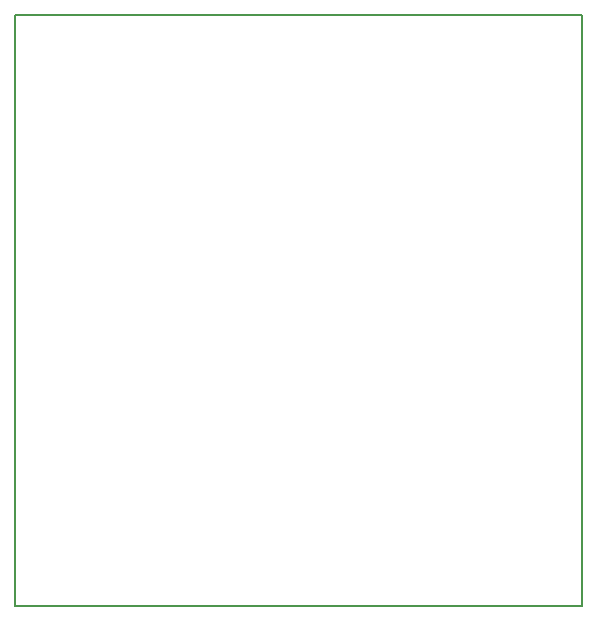
<source format=gko>
%FSLAX25Y25*%
%MOIN*%
G70*
G01*
G75*
G04 Layer_Color=16711935*
%ADD10R,0.05118X0.03937*%
%ADD11R,0.04724X0.05512*%
%ADD12R,0.04724X0.05512*%
%ADD13R,0.02362X0.06102*%
%ADD14O,0.02362X0.06102*%
%ADD15R,0.03937X0.05118*%
%ADD16R,0.04724X0.05118*%
%ADD17R,0.00984X0.05709*%
%ADD18R,0.05709X0.00984*%
%ADD19O,0.05709X0.00984*%
%ADD20C,0.01000*%
%ADD21C,0.02000*%
%ADD22C,0.05000*%
%ADD23C,0.09843*%
%ADD24R,0.05906X0.05906*%
%ADD25C,0.05906*%
%ADD26C,0.07087*%
%ADD27R,0.07087X0.07087*%
%ADD28C,0.18740*%
%ADD29C,0.06299*%
%ADD30C,0.05315*%
%ADD31R,0.05315X0.05315*%
%ADD32C,0.05000*%
%ADD33C,0.19685*%
%ADD34R,0.10827X0.08071*%
%ADD35R,0.07717X0.08032*%
%ADD36R,0.03543X0.08465*%
%ADD37R,0.03543X0.08465*%
%ADD38R,0.12795X0.12402*%
%ADD39R,0.09449X0.12992*%
%ADD40R,0.13780X0.10236*%
%ADD41C,0.03500*%
%ADD42C,0.00787*%
%ADD43R,0.05918X0.04737*%
%ADD44R,0.05524X0.06312*%
%ADD45R,0.05524X0.06312*%
%ADD46R,0.03162X0.06902*%
%ADD47O,0.03162X0.06902*%
%ADD48R,0.04737X0.05918*%
%ADD49R,0.05524X0.05918*%
%ADD50R,0.01784X0.06509*%
%ADD51R,0.06509X0.01784*%
%ADD52O,0.06509X0.01784*%
%ADD53C,0.10642*%
%ADD54R,0.06706X0.06706*%
%ADD55C,0.06706*%
%ADD56C,0.07887*%
%ADD57R,0.07887X0.07887*%
%ADD58C,0.19540*%
%ADD59C,0.07099*%
%ADD60C,0.06115*%
%ADD61R,0.06115X0.06115*%
%ADD62C,0.20485*%
%ADD63R,0.11627X0.08871*%
%ADD64R,0.08517X0.08832*%
%ADD65R,0.04343X0.09265*%
%ADD66R,0.04343X0.09265*%
%ADD67R,0.13595X0.13202*%
%ADD68R,0.10249X0.13792*%
%ADD69R,0.14579X0.11036*%
%ADD70C,0.00394*%
%ADD71R,0.11811X0.01959*%
D42*
X572937Y388673D02*
Y585524D01*
X761913D01*
Y388673D02*
Y585524D01*
X572937Y388673D02*
X761913D01*
M02*

</source>
